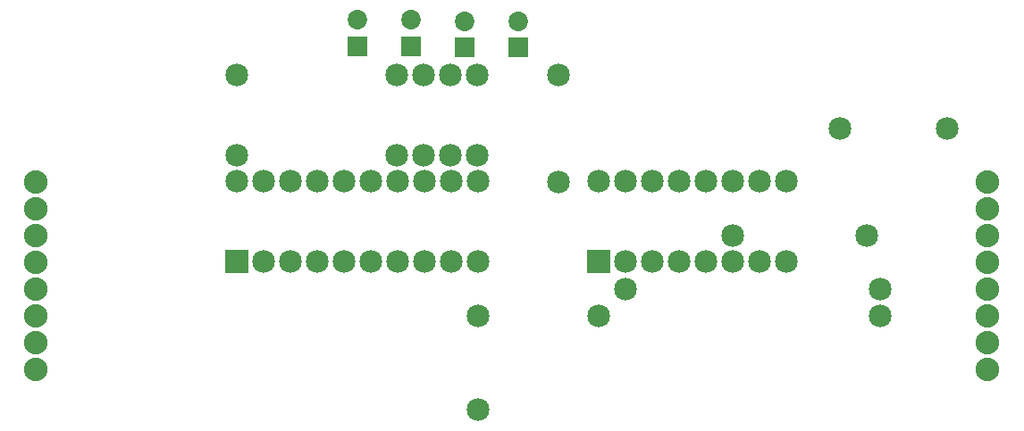
<source format=gbs>
G04 MADE WITH FRITZING*
G04 WWW.FRITZING.ORG*
G04 SINGLE SIDED*
G04 HOLES NOT PLATED*
G04 CONTOUR ON CENTER OF CONTOUR VECTOR*
%ASAXBY*%
%FSLAX23Y23*%
%MOIN*%
%OFA0B0*%
%SFA1.0B1.0*%
%ADD10C,0.088000*%
%ADD11C,0.085000*%
%ADD12C,0.072992*%
%ADD13R,0.085000X0.085000*%
%ADD14R,0.072992X0.072992*%
%LNMASK0*%
G90*
G70*
G54D10*
X3730Y984D03*
X3730Y884D03*
X3730Y784D03*
X3730Y684D03*
X3730Y584D03*
X3730Y484D03*
X3730Y384D03*
X3730Y284D03*
G54D11*
X2280Y484D03*
X3330Y484D03*
X2380Y584D03*
X3330Y584D03*
X2780Y784D03*
X3280Y784D03*
X2130Y984D03*
X2130Y1384D03*
X3180Y1184D03*
X3580Y1184D03*
X930Y1084D03*
X930Y1384D03*
X1830Y134D03*
X1830Y484D03*
X1724Y1084D03*
X1724Y1384D03*
X1524Y1084D03*
X1524Y1384D03*
X1624Y1084D03*
X1624Y1384D03*
X1824Y1084D03*
X1824Y1384D03*
G54D10*
X180Y984D03*
X180Y884D03*
X180Y784D03*
X180Y684D03*
X180Y584D03*
X180Y484D03*
X180Y384D03*
X180Y284D03*
G54D11*
X929Y687D03*
X929Y987D03*
X1029Y687D03*
X1029Y987D03*
X1129Y687D03*
X1129Y987D03*
X1229Y687D03*
X1229Y987D03*
X1329Y687D03*
X1329Y987D03*
X1429Y687D03*
X1429Y987D03*
X1529Y687D03*
X1529Y987D03*
X1629Y687D03*
X1629Y987D03*
X1729Y687D03*
X1729Y987D03*
X1829Y687D03*
X1829Y987D03*
X2279Y687D03*
X2279Y987D03*
X2379Y687D03*
X2379Y987D03*
X2479Y687D03*
X2479Y987D03*
X2579Y687D03*
X2579Y987D03*
X2679Y687D03*
X2679Y987D03*
X2779Y687D03*
X2779Y987D03*
X2879Y687D03*
X2879Y987D03*
X2979Y687D03*
X2979Y987D03*
G54D12*
X1980Y1486D03*
X1980Y1584D03*
X1380Y1490D03*
X1380Y1589D03*
X1580Y1490D03*
X1580Y1589D03*
X1780Y1486D03*
X1780Y1584D03*
G54D13*
X929Y687D03*
X2279Y687D03*
G54D14*
X1980Y1486D03*
X1380Y1490D03*
X1580Y1490D03*
X1780Y1486D03*
G04 End of Mask0*
M02*
</source>
